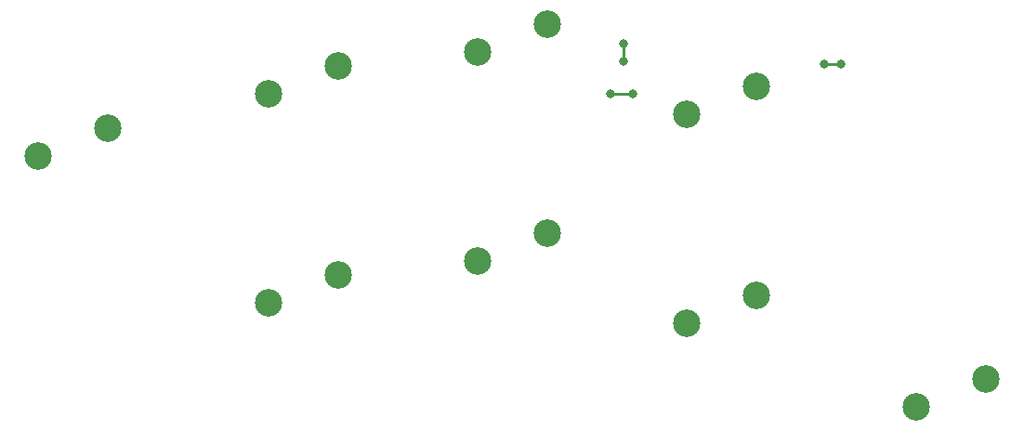
<source format=gbr>
%TF.GenerationSoftware,KiCad,Pcbnew,7.0.2*%
%TF.CreationDate,2023-09-16T14:44:34-04:00*%
%TF.ProjectId,j-artsey-v1,6a2d6172-7473-4657-992d-76312e6b6963,rev?*%
%TF.SameCoordinates,Original*%
%TF.FileFunction,Copper,L2,Bot*%
%TF.FilePolarity,Positive*%
%FSLAX46Y46*%
G04 Gerber Fmt 4.6, Leading zero omitted, Abs format (unit mm)*
G04 Created by KiCad (PCBNEW 7.0.2) date 2023-09-16 14:44:34*
%MOMM*%
%LPD*%
G01*
G04 APERTURE LIST*
%TA.AperFunction,ComponentPad*%
%ADD10C,2.500000*%
%TD*%
%TA.AperFunction,ViaPad*%
%ADD11C,0.800000*%
%TD*%
%TA.AperFunction,Conductor*%
%ADD12C,0.250000*%
%TD*%
G04 APERTURE END LIST*
D10*
%TO.P,MX2,1,COL*%
%TO.N,MX2*%
X139065000Y-60325000D03*
%TO.P,MX2,2,ROW*%
%TO.N,GND*%
X145415000Y-57785000D03*
%TD*%
%TO.P,MX3,1,COL*%
%TO.N,MX3*%
X158115000Y-56515000D03*
%TO.P,MX3,2,ROW*%
%TO.N,GND*%
X164465000Y-53975000D03*
%TD*%
%TO.P,MX1,1,COL*%
%TO.N,MX1*%
X118110000Y-66040000D03*
%TO.P,MX1,2,ROW*%
%TO.N,GND*%
X124460000Y-63500000D03*
%TD*%
%TO.P,MX4,1,COL*%
%TO.N,MX4*%
X177165000Y-62230000D03*
%TO.P,MX4,2,ROW*%
%TO.N,GND*%
X183515000Y-59690000D03*
%TD*%
%TO.P,MX8,1,COL*%
%TO.N,MX8*%
X198120000Y-88900000D03*
%TO.P,MX8,2,ROW*%
%TO.N,GND*%
X204470000Y-86360000D03*
%TD*%
%TO.P,MX5,1,COL*%
%TO.N,MX5*%
X139065000Y-79375000D03*
%TO.P,MX5,2,ROW*%
%TO.N,GND*%
X145415000Y-76835000D03*
%TD*%
%TO.P,MX7,1,COL*%
%TO.N,MX7*%
X177165000Y-81280000D03*
%TO.P,MX7,2,ROW*%
%TO.N,GND*%
X183515000Y-78740000D03*
%TD*%
%TO.P,MX6,1,COL*%
%TO.N,MX6*%
X158115000Y-75565000D03*
%TO.P,MX6,2,ROW*%
%TO.N,GND*%
X164465000Y-73025000D03*
%TD*%
D11*
%TO.N,MX1*%
X171450000Y-55750500D03*
X171450000Y-57350000D03*
%TO.N,MX2*%
X189725000Y-57675000D03*
X170275000Y-60375000D03*
X172275000Y-60375000D03*
X191224500Y-57675000D03*
%TD*%
D12*
%TO.N,MX1*%
X171450000Y-57350000D02*
X171450000Y-55800000D01*
X171450000Y-55800000D02*
X171450000Y-55750500D01*
%TO.N,MX2*%
X172275000Y-60375000D02*
X170275000Y-60375000D01*
X191224500Y-57675000D02*
X189725000Y-57675000D01*
%TD*%
M02*

</source>
